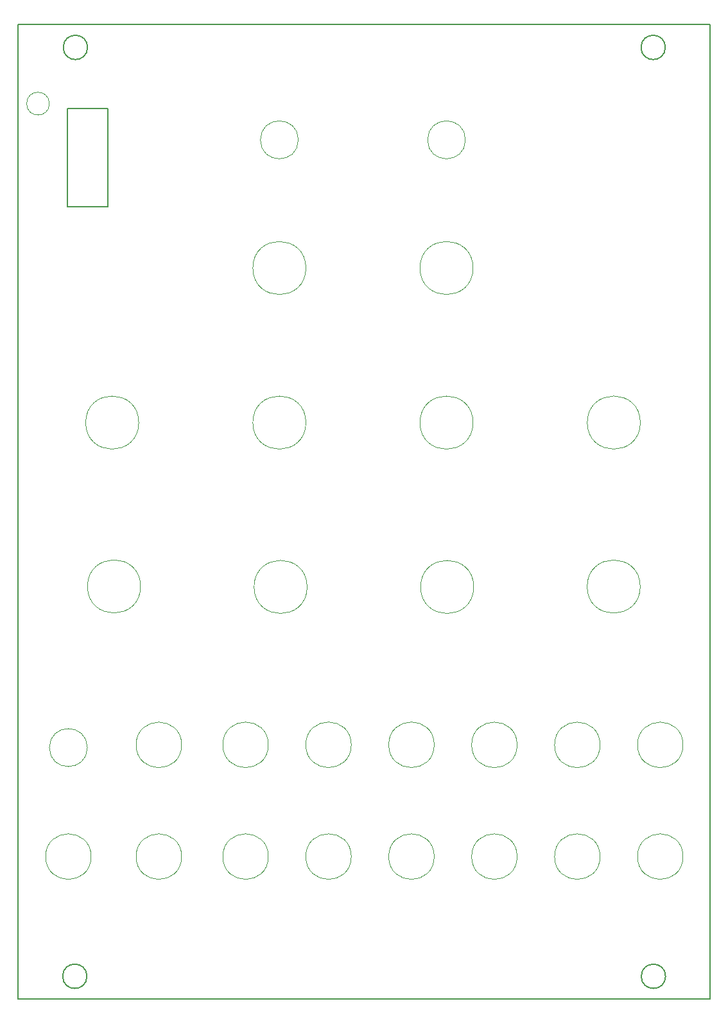
<source format=gbr>
G04 #@! TF.GenerationSoftware,KiCad,Pcbnew,(6.0.1-0)*
G04 #@! TF.CreationDate,2022-04-07T21:36:06+00:00*
G04 #@! TF.ProjectId,frontpanel(1),66726f6e-7470-4616-9e65-6c2831292e6b,rev?*
G04 #@! TF.SameCoordinates,Original*
G04 #@! TF.FileFunction,Profile,NP*
%FSLAX46Y46*%
G04 Gerber Fmt 4.6, Leading zero omitted, Abs format (unit mm)*
G04 Created by KiCad (PCBNEW (6.0.1-0)) date 2022-04-07 21:36:06*
%MOMM*%
%LPD*%
G01*
G04 APERTURE LIST*
G04 #@! TA.AperFunction,Profile*
%ADD10C,0.050000*%
G04 #@! TD*
G04 #@! TA.AperFunction,Profile*
%ADD11C,0.152400*%
G04 #@! TD*
G04 #@! TA.AperFunction,Profile*
%ADD12C,0.010000*%
G04 #@! TD*
G04 #@! TA.AperFunction,Profile*
%ADD13C,0.200000*%
G04 #@! TD*
G04 APERTURE END LIST*
D10*
X168165736Y-105525149D02*
G75*
G03*
X168165736Y-105525149I-3000000J0D01*
G01*
X151412965Y-63021000D02*
G75*
G03*
X151412965Y-63021000I-3500000J0D01*
G01*
X129370433Y-63021000D02*
G75*
G03*
X129370433Y-63021000I-3500000J0D01*
G01*
X124417096Y-120257149D02*
G75*
G03*
X124417096Y-120257149I-3000000J0D01*
G01*
X157228576Y-120257149D02*
G75*
G03*
X157228576Y-120257149I-3000000J0D01*
G01*
X173476800Y-63021000D02*
G75*
G03*
X173476800Y-63021000I-3500000J0D01*
G01*
X179102900Y-120257149D02*
G75*
G03*
X179102900Y-120257149I-3000000J0D01*
G01*
X168165736Y-120257149D02*
G75*
G03*
X168165736Y-120257149I-3000000J0D01*
G01*
X179102900Y-105525149D02*
G75*
G03*
X179102900Y-105525149I-3000000J0D01*
G01*
X107327900Y-63021000D02*
G75*
G03*
X107327900Y-63021000I-3500000J0D01*
G01*
X150412966Y-25733700D02*
G75*
G03*
X150412966Y-25733700I-2500000J0D01*
G01*
X101042776Y-120257149D02*
G75*
G03*
X101042776Y-120257149I-3000000J0D01*
G01*
X112979936Y-105525149D02*
G75*
G03*
X112979936Y-105525149I-3000000J0D01*
G01*
X146291416Y-120257149D02*
G75*
G03*
X146291416Y-120257149I-3000000J0D01*
G01*
X151498000Y-84694000D02*
G75*
G03*
X151498000Y-84694000I-3500000J0D01*
G01*
X129532000Y-84694000D02*
G75*
G03*
X129532000Y-84694000I-3500000J0D01*
G01*
X173464000Y-84645500D02*
G75*
G03*
X173464000Y-84645500I-3500000J0D01*
G01*
X107566000Y-84630500D02*
G75*
G03*
X107566000Y-84630500I-3500000J0D01*
G01*
D11*
X182702200Y-10541000D02*
X182702200Y-139041000D01*
X91389200Y-10541000D02*
X182702200Y-10541000D01*
X91389200Y-139041000D02*
X91389200Y-10541000D01*
X182702200Y-139041000D02*
X91389200Y-139041000D01*
X97949362Y-21590000D02*
X103283362Y-21590000D01*
X97949362Y-34544000D02*
X97949362Y-21590000D01*
X97949362Y-34544000D02*
X103283362Y-34544000D01*
X103283362Y-21590000D02*
X103283362Y-34544000D01*
D10*
X135354256Y-120257149D02*
G75*
G03*
X135354256Y-120257149I-3000000J0D01*
G01*
X112979936Y-120257149D02*
G75*
G03*
X112979936Y-120257149I-3000000J0D01*
G01*
X157228576Y-105525149D02*
G75*
G03*
X157228576Y-105525149I-3000000J0D01*
G01*
D12*
X95536362Y-20955000D02*
G75*
G03*
X95536362Y-20955000I-1500000J0D01*
G01*
D10*
X100542776Y-105883700D02*
G75*
G03*
X100542776Y-105883700I-2500000J0D01*
G01*
X146291416Y-105514449D02*
G75*
G03*
X146291416Y-105514449I-3000000J0D01*
G01*
X124417096Y-105514449D02*
G75*
G03*
X124417096Y-105514449I-3000000J0D01*
G01*
X151416900Y-42633900D02*
G75*
G03*
X151416900Y-42633900I-3500000J0D01*
G01*
X128370433Y-25733700D02*
G75*
G03*
X128370433Y-25733700I-2500000J0D01*
G01*
D13*
X100489200Y-136041000D02*
G75*
G03*
X100489200Y-136041000I-1600000J0D01*
G01*
X100570971Y-13541000D02*
G75*
G03*
X100570971Y-13541000I-1600000J0D01*
G01*
X176802200Y-136041000D02*
G75*
G03*
X176802200Y-136041000I-1600000J0D01*
G01*
D10*
X135354256Y-105514449D02*
G75*
G03*
X135354256Y-105514449I-3000000J0D01*
G01*
D13*
X176770971Y-13541000D02*
G75*
G03*
X176770971Y-13541000I-1600000J0D01*
G01*
D10*
X129369700Y-42633900D02*
G75*
G03*
X129369700Y-42633900I-3500000J0D01*
G01*
M02*

</source>
